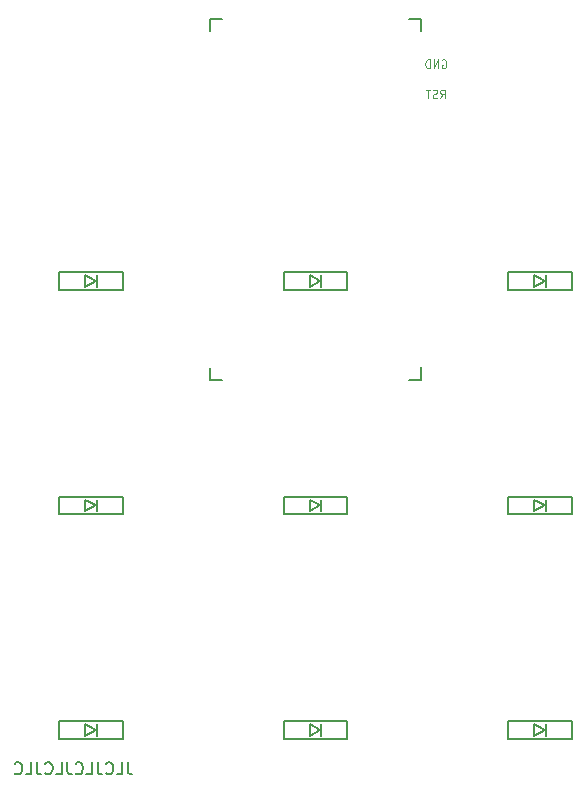
<source format=gbr>
%TF.GenerationSoftware,KiCad,Pcbnew,5.1.6-1.fc32*%
%TF.CreationDate,2020-07-09T19:55:35-05:00*%
%TF.ProjectId,source_pad,736f7572-6365-45f7-9061-642e6b696361,rev?*%
%TF.SameCoordinates,Original*%
%TF.FileFunction,Legend,Bot*%
%TF.FilePolarity,Positive*%
%FSLAX46Y46*%
G04 Gerber Fmt 4.6, Leading zero omitted, Abs format (unit mm)*
G04 Created by KiCad (PCBNEW 5.1.6-1.fc32) date 2020-07-09 19:55:35*
%MOMM*%
%LPD*%
G01*
G04 APERTURE LIST*
%ADD10C,0.150000*%
%ADD11C,0.125000*%
%ADD12C,0.800000*%
%ADD13C,4.500000*%
%ADD14R,1.400000X1.050000*%
%ADD15C,1.497000*%
%ADD16R,1.497000X1.497000*%
%ADD17C,1.624000*%
%ADD18O,2.600000X2.100000*%
%ADD19C,2.000000*%
%ADD20C,4.100000*%
G04 APERTURE END LIST*
D10*
X103119047Y-150252380D02*
X103119047Y-150966666D01*
X103166666Y-151109523D01*
X103261904Y-151204761D01*
X103404761Y-151252380D01*
X103500000Y-151252380D01*
X102166666Y-151252380D02*
X102642857Y-151252380D01*
X102642857Y-150252380D01*
X101261904Y-151157142D02*
X101309523Y-151204761D01*
X101452380Y-151252380D01*
X101547619Y-151252380D01*
X101690476Y-151204761D01*
X101785714Y-151109523D01*
X101833333Y-151014285D01*
X101880952Y-150823809D01*
X101880952Y-150680952D01*
X101833333Y-150490476D01*
X101785714Y-150395238D01*
X101690476Y-150300000D01*
X101547619Y-150252380D01*
X101452380Y-150252380D01*
X101309523Y-150300000D01*
X101261904Y-150347619D01*
X100547619Y-150252380D02*
X100547619Y-150966666D01*
X100595238Y-151109523D01*
X100690476Y-151204761D01*
X100833333Y-151252380D01*
X100928571Y-151252380D01*
X99595238Y-151252380D02*
X100071428Y-151252380D01*
X100071428Y-150252380D01*
X98690476Y-151157142D02*
X98738095Y-151204761D01*
X98880952Y-151252380D01*
X98976190Y-151252380D01*
X99119047Y-151204761D01*
X99214285Y-151109523D01*
X99261904Y-151014285D01*
X99309523Y-150823809D01*
X99309523Y-150680952D01*
X99261904Y-150490476D01*
X99214285Y-150395238D01*
X99119047Y-150300000D01*
X98976190Y-150252380D01*
X98880952Y-150252380D01*
X98738095Y-150300000D01*
X98690476Y-150347619D01*
X97976190Y-150252380D02*
X97976190Y-150966666D01*
X98023809Y-151109523D01*
X98119047Y-151204761D01*
X98261904Y-151252380D01*
X98357142Y-151252380D01*
X97023809Y-151252380D02*
X97500000Y-151252380D01*
X97500000Y-150252380D01*
X96119047Y-151157142D02*
X96166666Y-151204761D01*
X96309523Y-151252380D01*
X96404761Y-151252380D01*
X96547619Y-151204761D01*
X96642857Y-151109523D01*
X96690476Y-151014285D01*
X96738095Y-150823809D01*
X96738095Y-150680952D01*
X96690476Y-150490476D01*
X96642857Y-150395238D01*
X96547619Y-150300000D01*
X96404761Y-150252380D01*
X96309523Y-150252380D01*
X96166666Y-150300000D01*
X96119047Y-150347619D01*
X95404761Y-150252380D02*
X95404761Y-150966666D01*
X95452380Y-151109523D01*
X95547619Y-151204761D01*
X95690476Y-151252380D01*
X95785714Y-151252380D01*
X94452380Y-151252380D02*
X94928571Y-151252380D01*
X94928571Y-150252380D01*
X93547619Y-151157142D02*
X93595238Y-151204761D01*
X93738095Y-151252380D01*
X93833333Y-151252380D01*
X93976190Y-151204761D01*
X94071428Y-151109523D01*
X94119047Y-151014285D01*
X94166666Y-150823809D01*
X94166666Y-150680952D01*
X94119047Y-150490476D01*
X94071428Y-150395238D01*
X93976190Y-150300000D01*
X93833333Y-150252380D01*
X93738095Y-150252380D01*
X93595238Y-150300000D01*
X93547619Y-150347619D01*
%TO.C,D1*%
X97300000Y-110250000D02*
X97300000Y-108750000D01*
X102700000Y-110250000D02*
X97300000Y-110250000D01*
X102700000Y-108750000D02*
X102700000Y-110250000D01*
X97300000Y-108750000D02*
X102700000Y-108750000D01*
X100500000Y-109000000D02*
X100500000Y-110000000D01*
X99500000Y-110000000D02*
X100400000Y-109500000D01*
X99500000Y-109000000D02*
X99500000Y-110000000D01*
X100400000Y-109500000D02*
X99500000Y-109000000D01*
%TO.C,D2*%
X97300000Y-129250000D02*
X97300000Y-127750000D01*
X102700000Y-129250000D02*
X97300000Y-129250000D01*
X102700000Y-127750000D02*
X102700000Y-129250000D01*
X97300000Y-127750000D02*
X102700000Y-127750000D01*
X100500000Y-128000000D02*
X100500000Y-129000000D01*
X99500000Y-129000000D02*
X100400000Y-128500000D01*
X99500000Y-128000000D02*
X99500000Y-129000000D01*
X100400000Y-128500000D02*
X99500000Y-128000000D01*
%TO.C,D3*%
X100400000Y-147500000D02*
X99500000Y-147000000D01*
X99500000Y-147000000D02*
X99500000Y-148000000D01*
X99500000Y-148000000D02*
X100400000Y-147500000D01*
X100500000Y-147000000D02*
X100500000Y-148000000D01*
X97300000Y-146750000D02*
X102700000Y-146750000D01*
X102700000Y-146750000D02*
X102700000Y-148250000D01*
X102700000Y-148250000D02*
X97300000Y-148250000D01*
X97300000Y-148250000D02*
X97300000Y-146750000D01*
%TO.C,D4*%
X119400000Y-109500000D02*
X118500000Y-109000000D01*
X118500000Y-109000000D02*
X118500000Y-110000000D01*
X118500000Y-110000000D02*
X119400000Y-109500000D01*
X119500000Y-109000000D02*
X119500000Y-110000000D01*
X116300000Y-108750000D02*
X121700000Y-108750000D01*
X121700000Y-108750000D02*
X121700000Y-110250000D01*
X121700000Y-110250000D02*
X116300000Y-110250000D01*
X116300000Y-110250000D02*
X116300000Y-108750000D01*
%TO.C,D5*%
X119400000Y-128500000D02*
X118500000Y-128000000D01*
X118500000Y-128000000D02*
X118500000Y-129000000D01*
X118500000Y-129000000D02*
X119400000Y-128500000D01*
X119500000Y-128000000D02*
X119500000Y-129000000D01*
X116300000Y-127750000D02*
X121700000Y-127750000D01*
X121700000Y-127750000D02*
X121700000Y-129250000D01*
X121700000Y-129250000D02*
X116300000Y-129250000D01*
X116300000Y-129250000D02*
X116300000Y-127750000D01*
%TO.C,D6*%
X116300000Y-148250000D02*
X116300000Y-146750000D01*
X121700000Y-148250000D02*
X116300000Y-148250000D01*
X121700000Y-146750000D02*
X121700000Y-148250000D01*
X116300000Y-146750000D02*
X121700000Y-146750000D01*
X119500000Y-147000000D02*
X119500000Y-148000000D01*
X118500000Y-148000000D02*
X119400000Y-147500000D01*
X118500000Y-147000000D02*
X118500000Y-148000000D01*
X119400000Y-147500000D02*
X118500000Y-147000000D01*
%TO.C,D7*%
X135300000Y-110250000D02*
X135300000Y-108750000D01*
X140700000Y-110250000D02*
X135300000Y-110250000D01*
X140700000Y-108750000D02*
X140700000Y-110250000D01*
X135300000Y-108750000D02*
X140700000Y-108750000D01*
X138500000Y-109000000D02*
X138500000Y-110000000D01*
X137500000Y-110000000D02*
X138400000Y-109500000D01*
X137500000Y-109000000D02*
X137500000Y-110000000D01*
X138400000Y-109500000D02*
X137500000Y-109000000D01*
%TO.C,D8*%
X138400000Y-128500000D02*
X137500000Y-128000000D01*
X137500000Y-128000000D02*
X137500000Y-129000000D01*
X137500000Y-129000000D02*
X138400000Y-128500000D01*
X138500000Y-128000000D02*
X138500000Y-129000000D01*
X135300000Y-127750000D02*
X140700000Y-127750000D01*
X140700000Y-127750000D02*
X140700000Y-129250000D01*
X140700000Y-129250000D02*
X135300000Y-129250000D01*
X135300000Y-129250000D02*
X135300000Y-127750000D01*
%TO.C,D9*%
X138400000Y-147500000D02*
X137500000Y-147000000D01*
X137500000Y-147000000D02*
X137500000Y-148000000D01*
X137500000Y-148000000D02*
X138400000Y-147500000D01*
X138500000Y-147000000D02*
X138500000Y-148000000D01*
X135300000Y-146750000D02*
X140700000Y-146750000D01*
X140700000Y-146750000D02*
X140700000Y-148250000D01*
X140700000Y-148250000D02*
X135300000Y-148250000D01*
X135300000Y-148250000D02*
X135300000Y-146750000D01*
%TO.C,U1*%
X127900000Y-87340000D02*
X127900000Y-88340000D01*
X110100000Y-87340000D02*
X110100000Y-88340000D01*
X127900000Y-87340000D02*
X126900000Y-87340000D01*
X110100000Y-87340000D02*
X111050000Y-87340000D01*
X127900000Y-116800000D02*
X127900000Y-117850000D01*
X110100000Y-116850000D02*
X110100000Y-117850000D01*
X127900000Y-117850000D02*
X126900000Y-117850000D01*
X110100000Y-117850000D02*
X111110000Y-117850000D01*
D11*
X129561904Y-94039285D02*
X129785238Y-93682142D01*
X129944761Y-94039285D02*
X129944761Y-93289285D01*
X129689523Y-93289285D01*
X129625714Y-93325000D01*
X129593809Y-93360714D01*
X129561904Y-93432142D01*
X129561904Y-93539285D01*
X129593809Y-93610714D01*
X129625714Y-93646428D01*
X129689523Y-93682142D01*
X129944761Y-93682142D01*
X129306666Y-94003571D02*
X129210952Y-94039285D01*
X129051428Y-94039285D01*
X128987619Y-94003571D01*
X128955714Y-93967857D01*
X128923809Y-93896428D01*
X128923809Y-93825000D01*
X128955714Y-93753571D01*
X128987619Y-93717857D01*
X129051428Y-93682142D01*
X129179047Y-93646428D01*
X129242857Y-93610714D01*
X129274761Y-93575000D01*
X129306666Y-93503571D01*
X129306666Y-93432142D01*
X129274761Y-93360714D01*
X129242857Y-93325000D01*
X129179047Y-93289285D01*
X129019523Y-93289285D01*
X128923809Y-93325000D01*
X128732380Y-93289285D02*
X128349523Y-93289285D01*
X128540952Y-94039285D02*
X128540952Y-93289285D01*
X129705476Y-90775000D02*
X129769285Y-90739285D01*
X129865000Y-90739285D01*
X129960714Y-90775000D01*
X130024523Y-90846428D01*
X130056428Y-90917857D01*
X130088333Y-91060714D01*
X130088333Y-91167857D01*
X130056428Y-91310714D01*
X130024523Y-91382142D01*
X129960714Y-91453571D01*
X129865000Y-91489285D01*
X129801190Y-91489285D01*
X129705476Y-91453571D01*
X129673571Y-91417857D01*
X129673571Y-91167857D01*
X129801190Y-91167857D01*
X129386428Y-91489285D02*
X129386428Y-90739285D01*
X129003571Y-91489285D01*
X129003571Y-90739285D01*
X128684523Y-91489285D02*
X128684523Y-90739285D01*
X128525000Y-90739285D01*
X128429285Y-90775000D01*
X128365476Y-90846428D01*
X128333571Y-90917857D01*
X128301666Y-91060714D01*
X128301666Y-91167857D01*
X128333571Y-91310714D01*
X128365476Y-91382142D01*
X128429285Y-91453571D01*
X128525000Y-91489285D01*
X128684523Y-91489285D01*
D10*
%TD*%
%LPC*%
D12*
%TO.C,REF\u002A\u002A*%
X91166726Y-146833274D03*
X90000000Y-146350000D03*
X88833274Y-146833274D03*
X88350000Y-148000000D03*
X88833274Y-149166726D03*
X90000000Y-149650000D03*
X91166726Y-149166726D03*
X91650000Y-148000000D03*
D13*
X90000000Y-148000000D03*
%TD*%
D12*
%TO.C,REF\u002A\u002A*%
X149166726Y-146833274D03*
X148000000Y-146350000D03*
X146833274Y-146833274D03*
X146350000Y-148000000D03*
X146833274Y-149166726D03*
X148000000Y-149650000D03*
X149166726Y-149166726D03*
X149650000Y-148000000D03*
D13*
X148000000Y-148000000D03*
%TD*%
D12*
%TO.C,REF\u002A\u002A*%
X149166726Y-88833274D03*
X148000000Y-88350000D03*
X146833274Y-88833274D03*
X146350000Y-90000000D03*
X146833274Y-91166726D03*
X148000000Y-91650000D03*
X149166726Y-91166726D03*
X149650000Y-90000000D03*
D13*
X148000000Y-90000000D03*
%TD*%
D12*
%TO.C,REF\u002A\u002A*%
X91166726Y-88833274D03*
X90000000Y-88350000D03*
X88833274Y-88833274D03*
X88350000Y-90000000D03*
X88833274Y-91166726D03*
X90000000Y-91650000D03*
X91166726Y-91166726D03*
X91650000Y-90000000D03*
D13*
X90000000Y-90000000D03*
%TD*%
D14*
%TO.C,D1*%
X98225000Y-109500000D03*
D15*
X96190000Y-109500000D03*
D16*
X103810000Y-109500000D03*
D14*
X101775000Y-109500000D03*
%TD*%
%TO.C,D2*%
X98225000Y-128500000D03*
D15*
X96190000Y-128500000D03*
D16*
X103810000Y-128500000D03*
D14*
X101775000Y-128500000D03*
%TD*%
%TO.C,D3*%
X101775000Y-147500000D03*
D16*
X103810000Y-147500000D03*
D15*
X96190000Y-147500000D03*
D14*
X98225000Y-147500000D03*
%TD*%
%TO.C,D4*%
X120775000Y-109500000D03*
D16*
X122810000Y-109500000D03*
D15*
X115190000Y-109500000D03*
D14*
X117225000Y-109500000D03*
%TD*%
%TO.C,D5*%
X120775000Y-128500000D03*
D16*
X122810000Y-128500000D03*
D15*
X115190000Y-128500000D03*
D14*
X117225000Y-128500000D03*
%TD*%
%TO.C,D6*%
X117225000Y-147500000D03*
D15*
X115190000Y-147500000D03*
D16*
X122810000Y-147500000D03*
D14*
X120775000Y-147500000D03*
%TD*%
%TO.C,D7*%
X136225000Y-109500000D03*
D15*
X134190000Y-109500000D03*
D16*
X141810000Y-109500000D03*
D14*
X139775000Y-109500000D03*
%TD*%
%TO.C,D8*%
X139775000Y-128500000D03*
D16*
X141810000Y-128500000D03*
D15*
X134190000Y-128500000D03*
D14*
X136225000Y-128500000D03*
%TD*%
%TO.C,D9*%
X139775000Y-147500000D03*
D16*
X141810000Y-147500000D03*
D15*
X134190000Y-147500000D03*
D14*
X136225000Y-147500000D03*
%TD*%
D17*
%TO.C,U1*%
X111388600Y-88622000D03*
X111388600Y-91162000D03*
X111388600Y-93702000D03*
X111388600Y-96242000D03*
X111388600Y-98782000D03*
X111388600Y-101322000D03*
X111388600Y-103862000D03*
X111388600Y-106402000D03*
X111388600Y-108942000D03*
X111388600Y-111482000D03*
X111388600Y-114022000D03*
X111388600Y-116562000D03*
X126608600Y-116562000D03*
X126608600Y-114022000D03*
X126608600Y-111482000D03*
X126608600Y-108942000D03*
X126608600Y-106402000D03*
X126608600Y-103862000D03*
X126608600Y-101322000D03*
X126608600Y-98782000D03*
X126608600Y-96242000D03*
X126608600Y-93702000D03*
X126608600Y-91162000D03*
X126608600Y-88622000D03*
%TD*%
D18*
%TO.C,SW1*%
X96190000Y-97460000D03*
X102540000Y-94920000D03*
D19*
X105500000Y-100000000D03*
X94500000Y-100000000D03*
D20*
X100000000Y-100000000D03*
%TD*%
%TO.C,SW2*%
X100000000Y-119000000D03*
D19*
X94500000Y-119000000D03*
X105500000Y-119000000D03*
D18*
X102540000Y-113920000D03*
X96190000Y-116460000D03*
%TD*%
D20*
%TO.C,SW3*%
X100000000Y-138000000D03*
D19*
X94500000Y-138000000D03*
X105500000Y-138000000D03*
D18*
X102540000Y-132920000D03*
X96190000Y-135460000D03*
%TD*%
%TO.C,SW4*%
X115190000Y-97460000D03*
X121540000Y-94920000D03*
D19*
X124500000Y-100000000D03*
X113500000Y-100000000D03*
D20*
X119000000Y-100000000D03*
%TD*%
%TO.C,SW5*%
X119000000Y-119000000D03*
D19*
X113500000Y-119000000D03*
X124500000Y-119000000D03*
D18*
X121540000Y-113920000D03*
X115190000Y-116460000D03*
%TD*%
D20*
%TO.C,SW6*%
X119000000Y-138000000D03*
D19*
X113500000Y-138000000D03*
X124500000Y-138000000D03*
D18*
X121540000Y-132920000D03*
X115190000Y-135460000D03*
%TD*%
D20*
%TO.C,SW7*%
X138000000Y-100000000D03*
D19*
X132500000Y-100000000D03*
X143500000Y-100000000D03*
D18*
X140540000Y-94920000D03*
X134190000Y-97460000D03*
%TD*%
%TO.C,SW8*%
X134190000Y-116460000D03*
X140540000Y-113920000D03*
D19*
X143500000Y-119000000D03*
X132500000Y-119000000D03*
D20*
X138000000Y-119000000D03*
%TD*%
D18*
%TO.C,SW9*%
X134190000Y-135460000D03*
X140540000Y-132920000D03*
D19*
X143500000Y-138000000D03*
X132500000Y-138000000D03*
D20*
X138000000Y-138000000D03*
%TD*%
M02*

</source>
